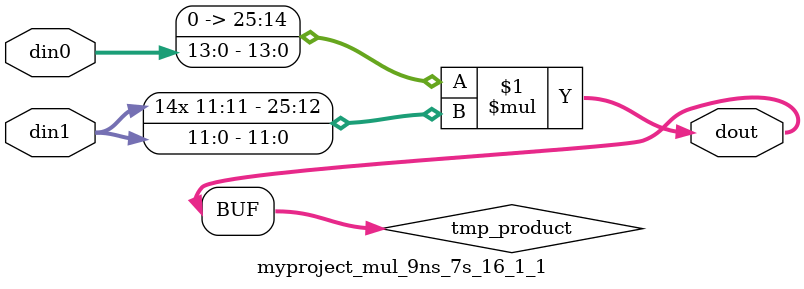
<source format=v>

`timescale 1 ns / 1 ps

 module myproject_mul_9ns_7s_16_1_1(din0, din1, dout);
parameter ID = 1;
parameter NUM_STAGE = 0;
parameter din0_WIDTH = 14;
parameter din1_WIDTH = 12;
parameter dout_WIDTH = 26;

input [din0_WIDTH - 1 : 0] din0; 
input [din1_WIDTH - 1 : 0] din1; 
output [dout_WIDTH - 1 : 0] dout;

wire signed [dout_WIDTH - 1 : 0] tmp_product;

























assign tmp_product = $signed({1'b0, din0}) * $signed(din1);










assign dout = tmp_product;





















endmodule

</source>
